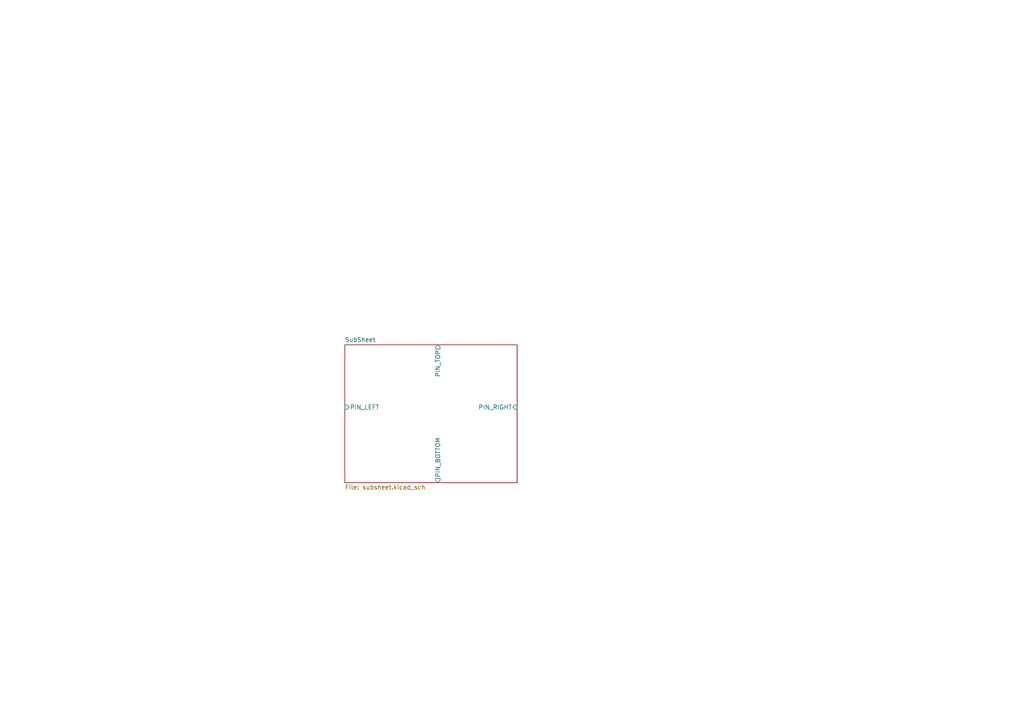
<source format=kicad_sch>
(kicad_sch
	(version 20250114)
	(generator "eeschema")
	(generator_version "9.0")
	(uuid "26c92f52-1e6e-4baa-a1e5-4642c9466951")
	(paper "A4")
	(title_block
		(title "Sheet Pin Edges Test")
	)
	(lib_symbols)
	(sheet
		(at 100 100)
		(size 50 40)
		(exclude_from_sim no)
		(in_bom yes)
		(on_board yes)
		(dnp no)
		(fields_autoplaced yes)
		(stroke
			(width 0.1524)
			(type solid)
		)
		(fill
			(color 0 0 0 0.0000)
		)
		(uuid "2f77a068-fef4-484b-b0c4-a726cd19410f")
		(property "Sheetname" "SubSheet"
			(at 100 99.2884 0)
			(effects
				(font
					(size 1.27 1.27)
				)
				(justify left bottom)
			)
		)
		(property "Sheetfile" "subsheet.kicad_sch"
			(at 100 140.5846 0)
			(effects
				(font
					(size 1.27 1.27)
				)
				(justify left top)
			)
		)
		(pin "PIN_BOTTOM" output
			(at 127 140 270)
			(uuid "9fe3f9ac-ba2b-4075-991a-4ce7336625b8")
			(effects
				(font
					(size 1.27 1.27)
				)
				(justify left)
			)
		)
		(pin "PIN_LEFT" input
			(at 100 118.11 180)
			(uuid "7b9f2a06-35eb-4577-945f-4aa2f105485c")
			(effects
				(font
					(size 1.27 1.27)
				)
				(justify left)
			)
		)
		(pin "PIN_RIGHT" input
			(at 150 118.11 0)
			(uuid "fa0a460e-c785-4a2c-a914-730740fb3f43")
			(effects
				(font
					(size 1.27 1.27)
				)
				(justify right)
			)
		)
		(pin "PIN_TOP" output
			(at 127 100 90)
			(uuid "8a9660a6-a211-4caf-9ff7-2997b42f875a")
			(effects
				(font
					(size 1.27 1.27)
				)
				(justify right)
			)
		)
		(instances
			(project "sheet_pin_edges"
				(path "/26c92f52-1e6e-4baa-a1e5-4642c9466951"
					(page "2")
				)
			)
		)
	)
	(sheet_instances
		(path "/"
			(page "1")
		)
	)
	(embedded_fonts no)
)

</source>
